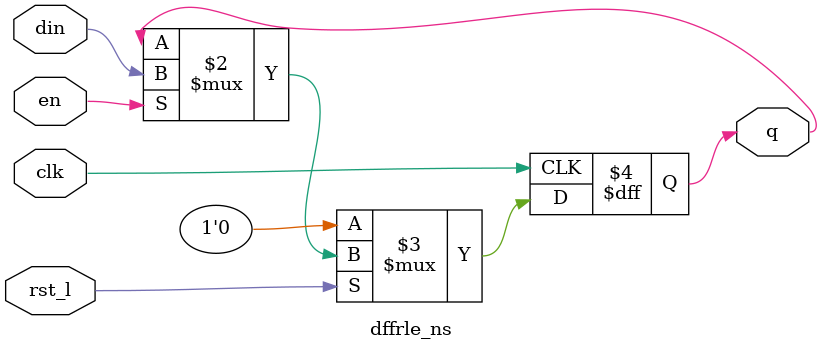
<source format=v>
module dffrle_ns (din, rst_l, en, clk, q);
parameter SIZE = 1;
input	[SIZE-1:0]	din ;	
input			en ;	
input			rst_l ;	
input			clk ;	
output	[SIZE-1:0]	q ;	
reg 	[SIZE-1:0]	q ;
always @ (posedge clk)
  q[SIZE-1:0] <= rst_l ? ((en) ? din[SIZE-1:0] : q[SIZE-1:0]) : {SIZE{1'b0}} ;
endmodule
</source>
